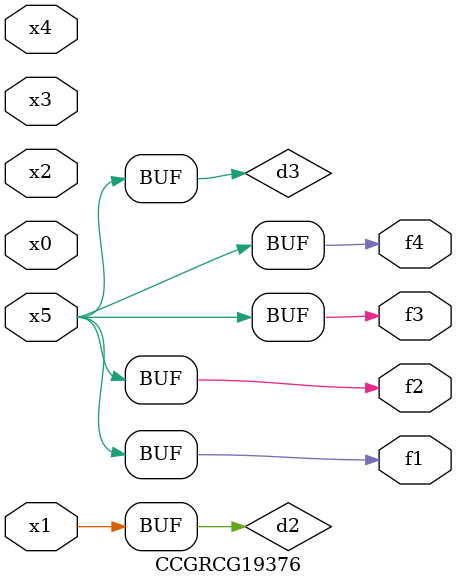
<source format=v>
module CCGRCG19376(
	input x0, x1, x2, x3, x4, x5,
	output f1, f2, f3, f4
);

	wire d1, d2, d3;

	not (d1, x5);
	or (d2, x1);
	xnor (d3, d1);
	assign f1 = d3;
	assign f2 = d3;
	assign f3 = d3;
	assign f4 = d3;
endmodule

</source>
